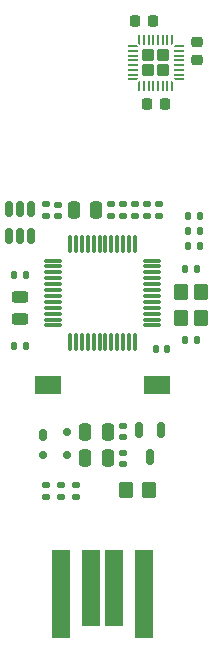
<source format=gbr>
%TF.GenerationSoftware,KiCad,Pcbnew,9.0.0+1*%
%TF.CreationDate,2025-04-22T18:27:57+02:00*%
%TF.ProjectId,ts13a_dev_kit,74733133-615f-4646-9576-5f6b69742e6b,rev?*%
%TF.SameCoordinates,Original*%
%TF.FileFunction,Paste,Top*%
%TF.FilePolarity,Positive*%
%FSLAX46Y46*%
G04 Gerber Fmt 4.6, Leading zero omitted, Abs format (unit mm)*
G04 Created by KiCad (PCBNEW 9.0.0+1) date 2025-04-22 18:27:57*
%MOMM*%
%LPD*%
G01*
G04 APERTURE LIST*
G04 Aperture macros list*
%AMRoundRect*
0 Rectangle with rounded corners*
0 $1 Rounding radius*
0 $2 $3 $4 $5 $6 $7 $8 $9 X,Y pos of 4 corners*
0 Add a 4 corners polygon primitive as box body*
4,1,4,$2,$3,$4,$5,$6,$7,$8,$9,$2,$3,0*
0 Add four circle primitives for the rounded corners*
1,1,$1+$1,$2,$3*
1,1,$1+$1,$4,$5*
1,1,$1+$1,$6,$7*
1,1,$1+$1,$8,$9*
0 Add four rect primitives between the rounded corners*
20,1,$1+$1,$2,$3,$4,$5,0*
20,1,$1+$1,$4,$5,$6,$7,0*
20,1,$1+$1,$6,$7,$8,$9,0*
20,1,$1+$1,$8,$9,$2,$3,0*%
%AMFreePoly0*
4,1,14,0.314644,0.085355,0.385355,0.014644,0.400000,-0.020711,0.400000,-0.050000,0.385355,-0.085355,0.350000,-0.100000,-0.350000,-0.100000,-0.385355,-0.085355,-0.400000,-0.050000,-0.400000,0.050000,-0.385355,0.085355,-0.350000,0.100000,0.279289,0.100000,0.314644,0.085355,0.314644,0.085355,$1*%
%AMFreePoly1*
4,1,14,0.385355,0.085355,0.400000,0.050000,0.400000,0.020711,0.385355,-0.014644,0.314644,-0.085355,0.279289,-0.100000,-0.350000,-0.100000,-0.385355,-0.085355,-0.400000,-0.050000,-0.400000,0.050000,-0.385355,0.085355,-0.350000,0.100000,0.350000,0.100000,0.385355,0.085355,0.385355,0.085355,$1*%
%AMFreePoly2*
4,1,14,0.085355,0.385355,0.100000,0.350000,0.100000,-0.350000,0.085355,-0.385355,0.050000,-0.400000,-0.050000,-0.400000,-0.085355,-0.385355,-0.100000,-0.350000,-0.100000,0.279289,-0.085355,0.314644,-0.014644,0.385355,0.020711,0.400000,0.050000,0.400000,0.085355,0.385355,0.085355,0.385355,$1*%
%AMFreePoly3*
4,1,14,0.014644,0.385355,0.085355,0.314644,0.100000,0.279289,0.100000,-0.350000,0.085355,-0.385355,0.050000,-0.400000,-0.050000,-0.400000,-0.085355,-0.385355,-0.100000,-0.350000,-0.100000,0.350000,-0.085355,0.385355,-0.050000,0.400000,-0.020711,0.400000,0.014644,0.385355,0.014644,0.385355,$1*%
%AMFreePoly4*
4,1,14,0.385355,0.085355,0.400000,0.050000,0.400000,-0.050000,0.385355,-0.085355,0.350000,-0.100000,-0.279289,-0.100000,-0.314644,-0.085355,-0.385355,-0.014644,-0.400000,0.020711,-0.400000,0.050000,-0.385355,0.085355,-0.350000,0.100000,0.350000,0.100000,0.385355,0.085355,0.385355,0.085355,$1*%
%AMFreePoly5*
4,1,14,0.385355,0.085355,0.400000,0.050000,0.400000,-0.050000,0.385355,-0.085355,0.350000,-0.100000,-0.350000,-0.100000,-0.385355,-0.085355,-0.400000,-0.050000,-0.400000,-0.020711,-0.385355,0.014644,-0.314644,0.085355,-0.279289,0.100000,0.350000,0.100000,0.385355,0.085355,0.385355,0.085355,$1*%
%AMFreePoly6*
4,1,14,0.085355,0.385355,0.100000,0.350000,0.100000,-0.279289,0.085355,-0.314644,0.014644,-0.385355,-0.020711,-0.400000,-0.050000,-0.400000,-0.085355,-0.385355,-0.100000,-0.350000,-0.100000,0.350000,-0.085355,0.385355,-0.050000,0.400000,0.050000,0.400000,0.085355,0.385355,0.085355,0.385355,$1*%
%AMFreePoly7*
4,1,14,0.085355,0.385355,0.100000,0.350000,0.100000,-0.350000,0.085355,-0.385355,0.050000,-0.400000,0.020711,-0.400000,-0.014644,-0.385355,-0.085355,-0.314644,-0.100000,-0.279289,-0.100000,0.350000,-0.085355,0.385355,-0.050000,0.400000,0.050000,0.400000,0.085355,0.385355,0.085355,0.385355,$1*%
G04 Aperture macros list end*
%ADD10R,1.600000X7.500000*%
%ADD11R,1.500000X6.500000*%
%ADD12RoundRect,0.250000X-0.250000X-0.475000X0.250000X-0.475000X0.250000X0.475000X-0.250000X0.475000X0*%
%ADD13RoundRect,0.225000X-0.225000X-0.250000X0.225000X-0.250000X0.225000X0.250000X-0.225000X0.250000X0*%
%ADD14RoundRect,0.140000X-0.170000X0.140000X-0.170000X-0.140000X0.170000X-0.140000X0.170000X0.140000X0*%
%ADD15RoundRect,0.150000X-0.150000X0.512500X-0.150000X-0.512500X0.150000X-0.512500X0.150000X0.512500X0*%
%ADD16RoundRect,0.135000X-0.185000X0.135000X-0.185000X-0.135000X0.185000X-0.135000X0.185000X0.135000X0*%
%ADD17RoundRect,0.135000X-0.135000X-0.185000X0.135000X-0.185000X0.135000X0.185000X-0.135000X0.185000X0*%
%ADD18R,2.180000X1.600000*%
%ADD19RoundRect,0.140000X0.140000X0.170000X-0.140000X0.170000X-0.140000X-0.170000X0.140000X-0.170000X0*%
%ADD20RoundRect,0.250000X-0.285000X-0.285000X0.285000X-0.285000X0.285000X0.285000X-0.285000X0.285000X0*%
%ADD21FreePoly0,0.000000*%
%ADD22RoundRect,0.050000X-0.350000X-0.050000X0.350000X-0.050000X0.350000X0.050000X-0.350000X0.050000X0*%
%ADD23FreePoly1,0.000000*%
%ADD24FreePoly2,0.000000*%
%ADD25RoundRect,0.050000X-0.050000X-0.350000X0.050000X-0.350000X0.050000X0.350000X-0.050000X0.350000X0*%
%ADD26FreePoly3,0.000000*%
%ADD27FreePoly4,0.000000*%
%ADD28FreePoly5,0.000000*%
%ADD29FreePoly6,0.000000*%
%ADD30FreePoly7,0.000000*%
%ADD31RoundRect,0.250000X0.350000X-0.450000X0.350000X0.450000X-0.350000X0.450000X-0.350000X-0.450000X0*%
%ADD32RoundRect,0.243750X0.456250X-0.243750X0.456250X0.243750X-0.456250X0.243750X-0.456250X-0.243750X0*%
%ADD33RoundRect,0.225000X0.225000X0.250000X-0.225000X0.250000X-0.225000X-0.250000X0.225000X-0.250000X0*%
%ADD34RoundRect,0.225000X0.250000X-0.225000X0.250000X0.225000X-0.250000X0.225000X-0.250000X-0.225000X0*%
%ADD35RoundRect,0.075000X0.662500X0.075000X-0.662500X0.075000X-0.662500X-0.075000X0.662500X-0.075000X0*%
%ADD36RoundRect,0.075000X0.075000X0.662500X-0.075000X0.662500X-0.075000X-0.662500X0.075000X-0.662500X0*%
%ADD37RoundRect,0.135000X0.185000X-0.135000X0.185000X0.135000X-0.185000X0.135000X-0.185000X-0.135000X0*%
%ADD38RoundRect,0.250000X-0.350000X-0.450000X0.350000X-0.450000X0.350000X0.450000X-0.350000X0.450000X0*%
%ADD39RoundRect,0.250000X0.250000X0.475000X-0.250000X0.475000X-0.250000X-0.475000X0.250000X-0.475000X0*%
%ADD40RoundRect,0.150000X0.150000X-0.512500X0.150000X0.512500X-0.150000X0.512500X-0.150000X-0.512500X0*%
%ADD41RoundRect,0.140000X-0.140000X-0.170000X0.140000X-0.170000X0.140000X0.170000X-0.140000X0.170000X0*%
%ADD42RoundRect,0.135000X0.135000X0.185000X-0.135000X0.185000X-0.135000X-0.185000X0.135000X-0.185000X0*%
%ADD43RoundRect,0.175000X-0.175000X-0.325000X0.175000X-0.325000X0.175000X0.325000X-0.175000X0.325000X0*%
%ADD44RoundRect,0.150000X-0.200000X-0.150000X0.200000X-0.150000X0.200000X0.150000X-0.200000X0.150000X0*%
G04 APERTURE END LIST*
D10*
%TO.C,J1*%
X133500000Y-99995000D03*
D11*
X131000000Y-99495000D03*
X129000000Y-99495000D03*
D10*
X126500000Y-99995000D03*
%TD*%
D12*
%TO.C,C14*%
X127550000Y-67450000D03*
X129450000Y-67450000D03*
%TD*%
D13*
%TO.C,C2*%
X133725000Y-58500000D03*
X135275000Y-58500000D03*
%TD*%
D14*
%TO.C,C13*%
X126250000Y-67020000D03*
X126250000Y-67980000D03*
%TD*%
D15*
%TO.C,IC3*%
X134950000Y-86112500D03*
X133050000Y-86112500D03*
X134000000Y-88387500D03*
%TD*%
D16*
%TO.C,R7*%
X134750000Y-66940000D03*
X134750000Y-67960000D03*
%TD*%
%TO.C,R3*%
X131750000Y-66940000D03*
X131750000Y-67960000D03*
%TD*%
D17*
%TO.C,R1*%
X137240000Y-69250000D03*
X138260000Y-69250000D03*
%TD*%
D18*
%TO.C,SW1*%
X134590000Y-82250000D03*
X125410000Y-82250000D03*
%TD*%
D19*
%TO.C,C9*%
X135480000Y-79250000D03*
X134520000Y-79250000D03*
%TD*%
D20*
%TO.C,IC1*%
X133840000Y-54340000D03*
X133840000Y-55660000D03*
X135160000Y-54340000D03*
X135160000Y-55660000D03*
D21*
X132550000Y-53600000D03*
D22*
X132550000Y-54000000D03*
X132550000Y-54400000D03*
X132550000Y-54800000D03*
X132550000Y-55200000D03*
X132550000Y-55600000D03*
X132550000Y-56000000D03*
D23*
X132550000Y-56400000D03*
D24*
X133100000Y-56950000D03*
D25*
X133500000Y-56950000D03*
X133900000Y-56950000D03*
X134300000Y-56950000D03*
X134700000Y-56950000D03*
X135100000Y-56950000D03*
X135500000Y-56950000D03*
D26*
X135900000Y-56950000D03*
D27*
X136450000Y-56400000D03*
D22*
X136450000Y-56000000D03*
X136450000Y-55600000D03*
X136450000Y-55200000D03*
X136450000Y-54800000D03*
X136450000Y-54400000D03*
X136450000Y-54000000D03*
D28*
X136450000Y-53600000D03*
D29*
X135900000Y-53050000D03*
D25*
X135500000Y-53050000D03*
X135100000Y-53050000D03*
X134700000Y-53050000D03*
X134300000Y-53050000D03*
X133900000Y-53050000D03*
X133500000Y-53050000D03*
D30*
X133100000Y-53050000D03*
%TD*%
D31*
%TO.C,X1*%
X138350000Y-76600000D03*
X138350000Y-74400000D03*
X136650000Y-74400000D03*
X136650000Y-76600000D03*
%TD*%
D14*
%TO.C,C5*%
X131750000Y-88020000D03*
X131750000Y-88980000D03*
%TD*%
D32*
%TO.C,D1*%
X123000000Y-76687500D03*
X123000000Y-74812500D03*
%TD*%
D17*
%TO.C,R13*%
X122490000Y-73000000D03*
X123510000Y-73000000D03*
%TD*%
D33*
%TO.C,C1*%
X134275000Y-51500000D03*
X132725000Y-51500000D03*
%TD*%
D34*
%TO.C,C3*%
X138000000Y-54775000D03*
X138000000Y-53225000D03*
%TD*%
D19*
%TO.C,C11*%
X137980000Y-78500000D03*
X137020000Y-78500000D03*
%TD*%
D35*
%TO.C,IC2*%
X134162500Y-77250000D03*
X134162500Y-76750000D03*
X134162500Y-76250000D03*
X134162500Y-75750000D03*
X134162500Y-75250000D03*
X134162500Y-74750000D03*
X134162500Y-74250000D03*
X134162500Y-73750000D03*
X134162500Y-73250000D03*
X134162500Y-72750000D03*
X134162500Y-72250000D03*
X134162500Y-71750000D03*
D36*
X132750000Y-70337500D03*
X132250000Y-70337500D03*
X131750000Y-70337500D03*
X131250000Y-70337500D03*
X130750000Y-70337500D03*
X130250000Y-70337500D03*
X129750000Y-70337500D03*
X129250000Y-70337500D03*
X128750000Y-70337500D03*
X128250000Y-70337500D03*
X127750000Y-70337500D03*
X127250000Y-70337500D03*
D35*
X125837500Y-71750000D03*
X125837500Y-72250000D03*
X125837500Y-72750000D03*
X125837500Y-73250000D03*
X125837500Y-73750000D03*
X125837500Y-74250000D03*
X125837500Y-74750000D03*
X125837500Y-75250000D03*
X125837500Y-75750000D03*
X125837500Y-76250000D03*
X125837500Y-76750000D03*
X125837500Y-77250000D03*
D36*
X127250000Y-78662500D03*
X127750000Y-78662500D03*
X128250000Y-78662500D03*
X128750000Y-78662500D03*
X129250000Y-78662500D03*
X129750000Y-78662500D03*
X130250000Y-78662500D03*
X130750000Y-78662500D03*
X131250000Y-78662500D03*
X131750000Y-78662500D03*
X132250000Y-78662500D03*
X132750000Y-78662500D03*
%TD*%
D37*
%TO.C,R12*%
X125250000Y-68010000D03*
X125250000Y-66990000D03*
%TD*%
D38*
%TO.C,F1*%
X131959484Y-91208019D03*
X133959484Y-91208019D03*
%TD*%
D39*
%TO.C,C4*%
X130450000Y-88500000D03*
X128550000Y-88500000D03*
%TD*%
D16*
%TO.C,R5*%
X133750000Y-66940000D03*
X133750000Y-67960000D03*
%TD*%
D40*
%TO.C,IC4*%
X122050000Y-69637500D03*
X123000000Y-69637500D03*
X123950000Y-69637500D03*
X123950000Y-67362500D03*
X123000000Y-67362500D03*
X122050000Y-67362500D03*
%TD*%
D37*
%TO.C,R10*%
X126500000Y-91760000D03*
X126500000Y-90740000D03*
%TD*%
D41*
%TO.C,C12*%
X137020000Y-72500000D03*
X137980000Y-72500000D03*
%TD*%
D16*
%TO.C,R2*%
X130750000Y-66940000D03*
X130750000Y-67960000D03*
%TD*%
%TO.C,R11*%
X127750000Y-90740000D03*
X127750000Y-91760000D03*
%TD*%
D41*
%TO.C,C10*%
X137270000Y-70500000D03*
X138230000Y-70500000D03*
%TD*%
D19*
%TO.C,C8*%
X138230000Y-68000000D03*
X137270000Y-68000000D03*
%TD*%
D39*
%TO.C,C7*%
X130450000Y-86250000D03*
X128550000Y-86250000D03*
%TD*%
D14*
%TO.C,C6*%
X131750000Y-85770000D03*
X131750000Y-86730000D03*
%TD*%
D16*
%TO.C,R4*%
X132750000Y-66940000D03*
X132750000Y-67960000D03*
%TD*%
D37*
%TO.C,R9*%
X125250000Y-91760000D03*
X125250000Y-90740000D03*
%TD*%
D42*
%TO.C,R6*%
X123510000Y-79000000D03*
X122490000Y-79000000D03*
%TD*%
D43*
%TO.C,D2*%
X125000000Y-86500000D03*
D44*
X125000000Y-88200000D03*
X127000000Y-88200000D03*
X127000000Y-86300000D03*
%TD*%
M02*

</source>
